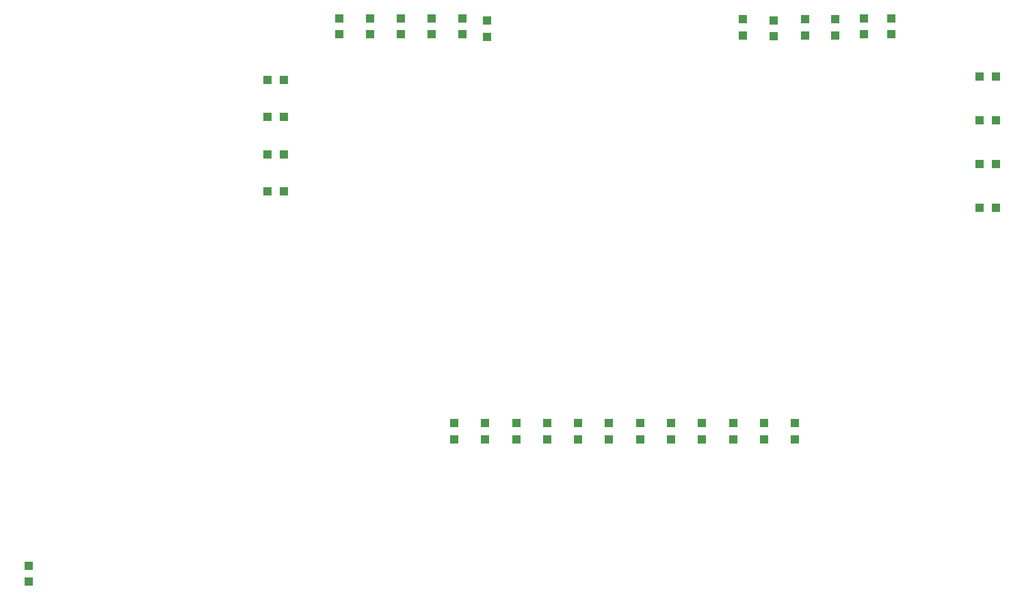
<source format=gtp>
G04*
G04 #@! TF.GenerationSoftware,Altium Limited,Altium Designer,21.2.1 (34)*
G04*
G04 Layer_Color=8421504*
%FSLAX24Y24*%
%MOIN*%
G70*
G04*
G04 #@! TF.SameCoordinates,50E8038E-39F9-4302-AF09-D4DFFB075F86*
G04*
G04*
G04 #@! TF.FilePolarity,Positive*
G04*
G01*
G75*
%ADD17R,0.0394X0.0394*%
%ADD18R,0.0394X0.0394*%
D17*
X40150Y32244D02*
D03*
Y31456D02*
D03*
X850Y5594D02*
D03*
Y4806D02*
D03*
X23200Y31393D02*
D03*
Y32180D02*
D03*
X22000Y31500D02*
D03*
Y32287D02*
D03*
X20500Y31500D02*
D03*
Y32287D02*
D03*
X19000Y31500D02*
D03*
Y32287D02*
D03*
X17500Y31500D02*
D03*
Y32287D02*
D03*
X16000Y31500D02*
D03*
Y32287D02*
D03*
X21600Y12537D02*
D03*
Y11750D02*
D03*
X23109Y12537D02*
D03*
Y11750D02*
D03*
X24618Y12537D02*
D03*
Y11750D02*
D03*
X26127Y12537D02*
D03*
Y11750D02*
D03*
X27636Y12537D02*
D03*
Y11750D02*
D03*
X29145Y12537D02*
D03*
Y11750D02*
D03*
X30655Y12537D02*
D03*
Y11750D02*
D03*
X32164Y12537D02*
D03*
Y11750D02*
D03*
X33673Y12537D02*
D03*
Y11750D02*
D03*
X35182Y12537D02*
D03*
Y11750D02*
D03*
X36691Y12537D02*
D03*
Y11750D02*
D03*
X38200Y12537D02*
D03*
Y11750D02*
D03*
X42900Y31506D02*
D03*
Y32294D02*
D03*
X41550Y31506D02*
D03*
Y32294D02*
D03*
X38700Y31456D02*
D03*
Y32244D02*
D03*
X37150Y31406D02*
D03*
Y32194D02*
D03*
X35650Y31456D02*
D03*
Y32244D02*
D03*
D18*
X13294Y29294D02*
D03*
X12506D02*
D03*
X13294Y27477D02*
D03*
X12506D02*
D03*
X13294Y25660D02*
D03*
X12506D02*
D03*
X13294Y23844D02*
D03*
X12506D02*
D03*
X47200Y23044D02*
D03*
X47987D02*
D03*
X47200Y25177D02*
D03*
X47987D02*
D03*
Y27310D02*
D03*
X47200D02*
D03*
Y29444D02*
D03*
X47987D02*
D03*
M02*

</source>
